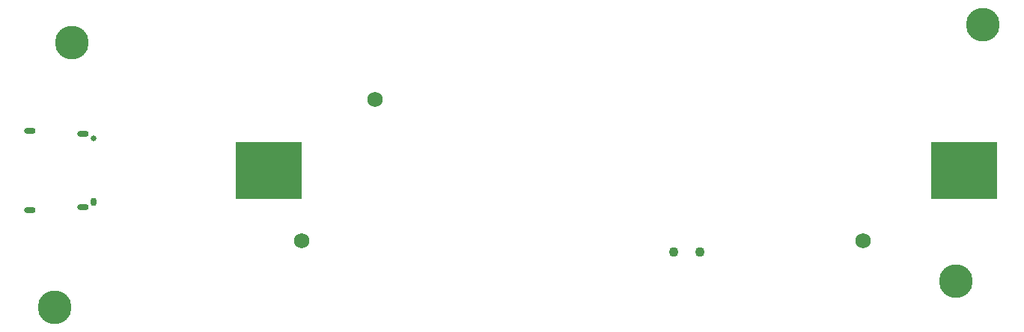
<source format=gbs>
G04*
G04 #@! TF.GenerationSoftware,Altium Limited,Altium Designer,18.1.9 (240)*
G04*
G04 Layer_Color=16711935*
%FSLAX25Y25*%
%MOIN*%
G70*
G01*
G75*
%ADD101C,0.06800*%
%ADD102O,0.05118X0.02756*%
%ADD103O,0.02559X0.03740*%
%ADD104C,0.02559*%
%ADD105C,0.04343*%
%ADD106C,0.14961*%
%ADD115R,0.29698X0.25800*%
D101*
X129626Y-116142D02*
D03*
X162402Y-53150D02*
D03*
X379724Y-116142D02*
D03*
D102*
X8858Y-102362D02*
D03*
Y-66929D02*
D03*
X32283Y-100906D02*
D03*
Y-68386D02*
D03*
D103*
X37205Y-98819D02*
D03*
D104*
Y-70473D02*
D03*
D105*
X295276Y-121073D02*
D03*
X307087D02*
D03*
D106*
X421260Y-133858D02*
D03*
X433071Y-19685D02*
D03*
X27559Y-27559D02*
D03*
X19685Y-145669D02*
D03*
D115*
X115059Y-84646D02*
D03*
X424902D02*
D03*
M02*

</source>
